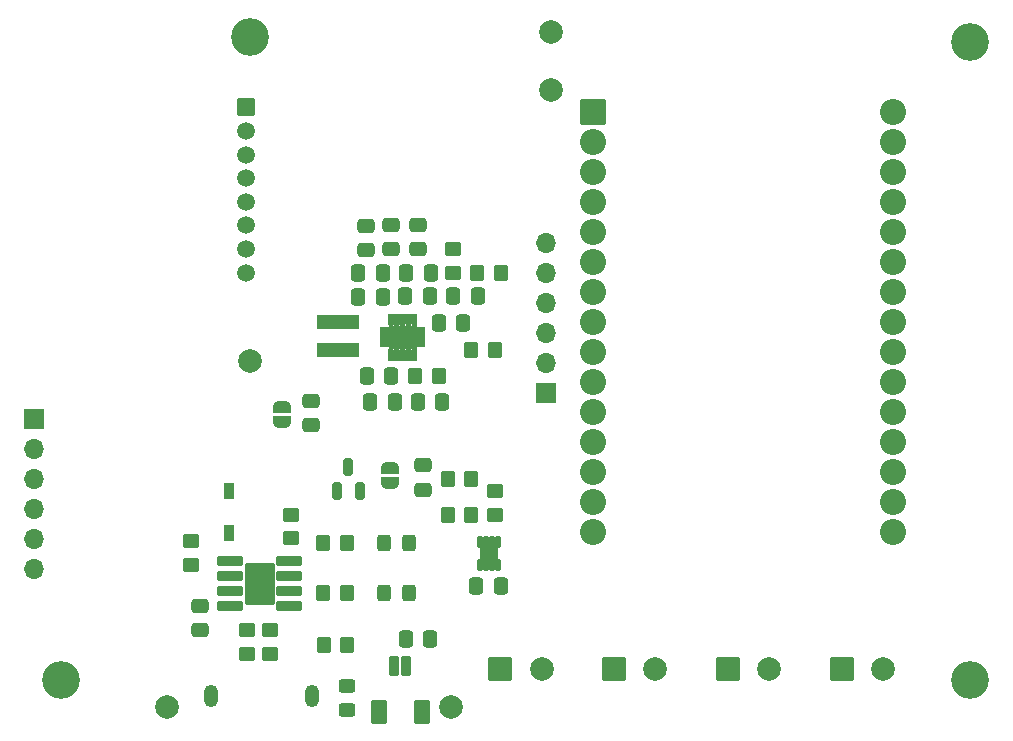
<source format=gts>
%TF.GenerationSoftware,KiCad,Pcbnew,8.0.6*%
%TF.CreationDate,2025-06-09T20:20:09-07:00*%
%TF.ProjectId,ESP32_Clock_Gallery,45535033-325f-4436-9c6f-636b5f47616c,rev?*%
%TF.SameCoordinates,Original*%
%TF.FileFunction,Soldermask,Top*%
%TF.FilePolarity,Negative*%
%FSLAX46Y46*%
G04 Gerber Fmt 4.6, Leading zero omitted, Abs format (unit mm)*
G04 Created by KiCad (PCBNEW 8.0.6) date 2025-06-09 20:20:09*
%MOMM*%
%LPD*%
G01*
G04 APERTURE LIST*
G04 Aperture macros list*
%AMRoundRect*
0 Rectangle with rounded corners*
0 $1 Rounding radius*
0 $2 $3 $4 $5 $6 $7 $8 $9 X,Y pos of 4 corners*
0 Add a 4 corners polygon primitive as box body*
4,1,4,$2,$3,$4,$5,$6,$7,$8,$9,$2,$3,0*
0 Add four circle primitives for the rounded corners*
1,1,$1+$1,$2,$3*
1,1,$1+$1,$4,$5*
1,1,$1+$1,$6,$7*
1,1,$1+$1,$8,$9*
0 Add four rect primitives between the rounded corners*
20,1,$1+$1,$2,$3,$4,$5,0*
20,1,$1+$1,$4,$5,$6,$7,0*
20,1,$1+$1,$6,$7,$8,$9,0*
20,1,$1+$1,$8,$9,$2,$3,0*%
%AMFreePoly0*
4,1,19,0.500000,-0.750000,0.000000,-0.750000,0.000000,-0.744911,-0.071157,-0.744911,-0.207708,-0.704816,-0.327430,-0.627875,-0.420627,-0.520320,-0.479746,-0.390866,-0.500000,-0.250000,-0.500000,0.250000,-0.479746,0.390866,-0.420627,0.520320,-0.327430,0.627875,-0.207708,0.704816,-0.071157,0.744911,0.000000,0.744911,0.000000,0.750000,0.500000,0.750000,0.500000,-0.750000,0.500000,-0.750000,
$1*%
%AMFreePoly1*
4,1,19,0.000000,0.744911,0.071157,0.744911,0.207708,0.704816,0.327430,0.627875,0.420627,0.520320,0.479746,0.390866,0.500000,0.250000,0.500000,-0.250000,0.479746,-0.390866,0.420627,-0.520320,0.327430,-0.627875,0.207708,-0.704816,0.071157,-0.744911,0.000000,-0.744911,0.000000,-0.750000,-0.500000,-0.750000,-0.500000,0.750000,0.000000,0.750000,0.000000,0.744911,0.000000,0.744911,
$1*%
G04 Aperture macros list end*
%ADD10C,0.010000*%
%ADD11C,3.200000*%
%ADD12RoundRect,0.250000X-0.337500X-0.475000X0.337500X-0.475000X0.337500X0.475000X-0.337500X0.475000X0*%
%ADD13C,2.000000*%
%ADD14FreePoly0,90.000000*%
%ADD15FreePoly1,90.000000*%
%ADD16RoundRect,0.250000X-0.450000X0.350000X-0.450000X-0.350000X0.450000X-0.350000X0.450000X0.350000X0*%
%ADD17RoundRect,0.250000X-0.475000X0.337500X-0.475000X-0.337500X0.475000X-0.337500X0.475000X0.337500X0*%
%ADD18RoundRect,0.250000X0.337500X0.475000X-0.337500X0.475000X-0.337500X-0.475000X0.337500X-0.475000X0*%
%ADD19RoundRect,0.250000X-0.350000X-0.450000X0.350000X-0.450000X0.350000X0.450000X-0.350000X0.450000X0*%
%ADD20R,1.700000X1.700000*%
%ADD21O,1.700000X1.700000*%
%ADD22RoundRect,0.198500X0.198500X-0.553500X0.198500X0.553500X-0.198500X0.553500X-0.198500X-0.553500X0*%
%ADD23RoundRect,0.250000X0.450000X-0.350000X0.450000X0.350000X-0.450000X0.350000X-0.450000X-0.350000X0*%
%ADD24RoundRect,0.250000X0.350000X0.450000X-0.350000X0.450000X-0.350000X-0.450000X0.350000X-0.450000X0*%
%ADD25RoundRect,0.102000X-0.900000X-0.900000X0.900000X-0.900000X0.900000X0.900000X-0.900000X0.900000X0*%
%ADD26C,2.004000*%
%ADD27RoundRect,0.102000X0.654000X-0.654000X0.654000X0.654000X-0.654000X0.654000X-0.654000X-0.654000X0*%
%ADD28C,1.512000*%
%ADD29RoundRect,0.102000X-1.000000X-1.000000X1.000000X-1.000000X1.000000X1.000000X-1.000000X1.000000X0*%
%ADD30C,2.204000*%
%ADD31RoundRect,0.100500X-0.986500X-0.301500X0.986500X-0.301500X0.986500X0.301500X-0.986500X0.301500X0*%
%ADD32RoundRect,0.102000X-1.206500X-1.651000X1.206500X-1.651000X1.206500X1.651000X-1.206500X1.651000X0*%
%ADD33RoundRect,0.250000X-0.325000X-0.450000X0.325000X-0.450000X0.325000X0.450000X-0.325000X0.450000X0*%
%ADD34RoundRect,0.250000X0.475000X-0.337500X0.475000X0.337500X-0.475000X0.337500X-0.475000X-0.337500X0*%
%ADD35R,0.889000X1.473200*%
%ADD36RoundRect,0.250000X0.450000X-0.325000X0.450000X0.325000X-0.450000X0.325000X-0.450000X-0.325000X0*%
%ADD37RoundRect,0.102000X-0.300000X-0.775000X0.300000X-0.775000X0.300000X0.775000X-0.300000X0.775000X0*%
%ADD38RoundRect,0.102000X-0.600000X-0.900000X0.600000X-0.900000X0.600000X0.900000X-0.600000X0.900000X0*%
%ADD39RoundRect,0.102000X1.700000X-0.490000X1.700000X0.490000X-1.700000X0.490000X-1.700000X-0.490000X0*%
%ADD40RoundRect,0.059250X0.177750X-0.422750X0.177750X0.422750X-0.177750X0.422750X-0.177750X-0.422750X0*%
%ADD41RoundRect,0.102000X0.650000X-0.450000X0.650000X0.450000X-0.650000X0.450000X-0.650000X-0.450000X0*%
%ADD42O,1.204000X1.904000*%
G04 APERTURE END LIST*
D10*
X129545000Y-81130000D02*
X130245000Y-81130000D01*
X130245000Y-81520000D01*
X129545000Y-81520000D01*
X129545000Y-81530000D01*
X130245000Y-81530000D01*
X130245000Y-81920000D01*
X129545000Y-81920000D01*
X129545000Y-81930000D01*
X130245000Y-81930000D01*
X130245000Y-82320000D01*
X129545000Y-82320000D01*
X129545000Y-82330000D01*
X130245000Y-82330000D01*
X130245000Y-82720000D01*
X129545000Y-82720000D01*
X129545000Y-82845000D01*
X127255000Y-82845000D01*
X127255000Y-82720000D01*
X126555000Y-82720000D01*
X126555000Y-82330000D01*
X127255000Y-82330000D01*
X127255000Y-82320000D01*
X126555000Y-82320000D01*
X126555000Y-81930000D01*
X127255000Y-81930000D01*
X127255000Y-81920000D01*
X126555000Y-81920000D01*
X126555000Y-81530000D01*
X127255000Y-81530000D01*
X127255000Y-81520000D01*
X126555000Y-81520000D01*
X126555000Y-81130000D01*
X127255000Y-81130000D01*
X127255000Y-81005000D01*
X129545000Y-81005000D01*
X129545000Y-81130000D01*
G36*
X129545000Y-81130000D02*
G01*
X130245000Y-81130000D01*
X130245000Y-81520000D01*
X129545000Y-81520000D01*
X129545000Y-81530000D01*
X130245000Y-81530000D01*
X130245000Y-81920000D01*
X129545000Y-81920000D01*
X129545000Y-81930000D01*
X130245000Y-81930000D01*
X130245000Y-82320000D01*
X129545000Y-82320000D01*
X129545000Y-82330000D01*
X130245000Y-82330000D01*
X130245000Y-82720000D01*
X129545000Y-82720000D01*
X129545000Y-82845000D01*
X127255000Y-82845000D01*
X127255000Y-82720000D01*
X126555000Y-82720000D01*
X126555000Y-82330000D01*
X127255000Y-82330000D01*
X127255000Y-82320000D01*
X126555000Y-82320000D01*
X126555000Y-81930000D01*
X127255000Y-81930000D01*
X127255000Y-81920000D01*
X126555000Y-81920000D01*
X126555000Y-81530000D01*
X127255000Y-81530000D01*
X127255000Y-81520000D01*
X126555000Y-81520000D01*
X126555000Y-81130000D01*
X127255000Y-81130000D01*
X127255000Y-81005000D01*
X129545000Y-81005000D01*
X129545000Y-81130000D01*
G37*
X127610000Y-80735000D02*
X127610000Y-80746000D01*
X127609000Y-80757000D01*
X127607000Y-80768000D01*
X127605000Y-80779000D01*
X127603000Y-80789000D01*
X127600000Y-80800000D01*
X127596000Y-80810000D01*
X127592000Y-80820000D01*
X127587000Y-80830000D01*
X127582000Y-80840000D01*
X127576000Y-80849000D01*
X127570000Y-80858000D01*
X127563000Y-80867000D01*
X127556000Y-80876000D01*
X127548000Y-80883000D01*
X127541000Y-80891000D01*
X127532000Y-80898000D01*
X127523000Y-80905000D01*
X127514000Y-80911000D01*
X127505000Y-80917000D01*
X127495000Y-80922000D01*
X127485000Y-80927000D01*
X127475000Y-80931000D01*
X127465000Y-80935000D01*
X127454000Y-80938000D01*
X127444000Y-80940000D01*
X127433000Y-80942000D01*
X127422000Y-80944000D01*
X127411000Y-80945000D01*
X127400000Y-80945000D01*
X127389000Y-80945000D01*
X127378000Y-80944000D01*
X127367000Y-80942000D01*
X127356000Y-80940000D01*
X127346000Y-80938000D01*
X127335000Y-80935000D01*
X127325000Y-80931000D01*
X127315000Y-80927000D01*
X127305000Y-80922000D01*
X127295000Y-80917000D01*
X127286000Y-80911000D01*
X127277000Y-80905000D01*
X127268000Y-80898000D01*
X127259000Y-80891000D01*
X127252000Y-80883000D01*
X127244000Y-80876000D01*
X127237000Y-80867000D01*
X127230000Y-80858000D01*
X127224000Y-80849000D01*
X127218000Y-80840000D01*
X127213000Y-80830000D01*
X127208000Y-80820000D01*
X127204000Y-80810000D01*
X127200000Y-80800000D01*
X127197000Y-80789000D01*
X127195000Y-80779000D01*
X127193000Y-80768000D01*
X127191000Y-80757000D01*
X127190000Y-80746000D01*
X127190000Y-80735000D01*
X127190000Y-79955000D01*
X127610000Y-79955000D01*
X127610000Y-80735000D01*
G36*
X127610000Y-80735000D02*
G01*
X127610000Y-80746000D01*
X127609000Y-80757000D01*
X127607000Y-80768000D01*
X127605000Y-80779000D01*
X127603000Y-80789000D01*
X127600000Y-80800000D01*
X127596000Y-80810000D01*
X127592000Y-80820000D01*
X127587000Y-80830000D01*
X127582000Y-80840000D01*
X127576000Y-80849000D01*
X127570000Y-80858000D01*
X127563000Y-80867000D01*
X127556000Y-80876000D01*
X127548000Y-80883000D01*
X127541000Y-80891000D01*
X127532000Y-80898000D01*
X127523000Y-80905000D01*
X127514000Y-80911000D01*
X127505000Y-80917000D01*
X127495000Y-80922000D01*
X127485000Y-80927000D01*
X127475000Y-80931000D01*
X127465000Y-80935000D01*
X127454000Y-80938000D01*
X127444000Y-80940000D01*
X127433000Y-80942000D01*
X127422000Y-80944000D01*
X127411000Y-80945000D01*
X127400000Y-80945000D01*
X127389000Y-80945000D01*
X127378000Y-80944000D01*
X127367000Y-80942000D01*
X127356000Y-80940000D01*
X127346000Y-80938000D01*
X127335000Y-80935000D01*
X127325000Y-80931000D01*
X127315000Y-80927000D01*
X127305000Y-80922000D01*
X127295000Y-80917000D01*
X127286000Y-80911000D01*
X127277000Y-80905000D01*
X127268000Y-80898000D01*
X127259000Y-80891000D01*
X127252000Y-80883000D01*
X127244000Y-80876000D01*
X127237000Y-80867000D01*
X127230000Y-80858000D01*
X127224000Y-80849000D01*
X127218000Y-80840000D01*
X127213000Y-80830000D01*
X127208000Y-80820000D01*
X127204000Y-80810000D01*
X127200000Y-80800000D01*
X127197000Y-80789000D01*
X127195000Y-80779000D01*
X127193000Y-80768000D01*
X127191000Y-80757000D01*
X127190000Y-80746000D01*
X127190000Y-80735000D01*
X127190000Y-79955000D01*
X127610000Y-79955000D01*
X127610000Y-80735000D01*
G37*
X127422000Y-82906000D02*
X127433000Y-82908000D01*
X127444000Y-82910000D01*
X127454000Y-82912000D01*
X127465000Y-82915000D01*
X127475000Y-82919000D01*
X127485000Y-82923000D01*
X127495000Y-82928000D01*
X127505000Y-82933000D01*
X127514000Y-82939000D01*
X127523000Y-82945000D01*
X127532000Y-82952000D01*
X127541000Y-82959000D01*
X127548000Y-82967000D01*
X127556000Y-82974000D01*
X127563000Y-82983000D01*
X127570000Y-82992000D01*
X127576000Y-83001000D01*
X127582000Y-83010000D01*
X127587000Y-83020000D01*
X127592000Y-83030000D01*
X127596000Y-83040000D01*
X127600000Y-83050000D01*
X127603000Y-83061000D01*
X127605000Y-83071000D01*
X127607000Y-83082000D01*
X127609000Y-83093000D01*
X127610000Y-83104000D01*
X127610000Y-83115000D01*
X127610000Y-83895000D01*
X127190000Y-83895000D01*
X127190000Y-83115000D01*
X127190000Y-83104000D01*
X127191000Y-83093000D01*
X127193000Y-83082000D01*
X127195000Y-83071000D01*
X127197000Y-83061000D01*
X127200000Y-83050000D01*
X127204000Y-83040000D01*
X127208000Y-83030000D01*
X127213000Y-83020000D01*
X127218000Y-83010000D01*
X127224000Y-83001000D01*
X127230000Y-82992000D01*
X127237000Y-82983000D01*
X127244000Y-82974000D01*
X127252000Y-82967000D01*
X127259000Y-82959000D01*
X127268000Y-82952000D01*
X127277000Y-82945000D01*
X127286000Y-82939000D01*
X127295000Y-82933000D01*
X127305000Y-82928000D01*
X127315000Y-82923000D01*
X127325000Y-82919000D01*
X127335000Y-82915000D01*
X127346000Y-82912000D01*
X127356000Y-82910000D01*
X127367000Y-82908000D01*
X127378000Y-82906000D01*
X127389000Y-82905000D01*
X127400000Y-82905000D01*
X127411000Y-82905000D01*
X127422000Y-82906000D01*
G36*
X127422000Y-82906000D02*
G01*
X127433000Y-82908000D01*
X127444000Y-82910000D01*
X127454000Y-82912000D01*
X127465000Y-82915000D01*
X127475000Y-82919000D01*
X127485000Y-82923000D01*
X127495000Y-82928000D01*
X127505000Y-82933000D01*
X127514000Y-82939000D01*
X127523000Y-82945000D01*
X127532000Y-82952000D01*
X127541000Y-82959000D01*
X127548000Y-82967000D01*
X127556000Y-82974000D01*
X127563000Y-82983000D01*
X127570000Y-82992000D01*
X127576000Y-83001000D01*
X127582000Y-83010000D01*
X127587000Y-83020000D01*
X127592000Y-83030000D01*
X127596000Y-83040000D01*
X127600000Y-83050000D01*
X127603000Y-83061000D01*
X127605000Y-83071000D01*
X127607000Y-83082000D01*
X127609000Y-83093000D01*
X127610000Y-83104000D01*
X127610000Y-83115000D01*
X127610000Y-83895000D01*
X127190000Y-83895000D01*
X127190000Y-83115000D01*
X127190000Y-83104000D01*
X127191000Y-83093000D01*
X127193000Y-83082000D01*
X127195000Y-83071000D01*
X127197000Y-83061000D01*
X127200000Y-83050000D01*
X127204000Y-83040000D01*
X127208000Y-83030000D01*
X127213000Y-83020000D01*
X127218000Y-83010000D01*
X127224000Y-83001000D01*
X127230000Y-82992000D01*
X127237000Y-82983000D01*
X127244000Y-82974000D01*
X127252000Y-82967000D01*
X127259000Y-82959000D01*
X127268000Y-82952000D01*
X127277000Y-82945000D01*
X127286000Y-82939000D01*
X127295000Y-82933000D01*
X127305000Y-82928000D01*
X127315000Y-82923000D01*
X127325000Y-82919000D01*
X127335000Y-82915000D01*
X127346000Y-82912000D01*
X127356000Y-82910000D01*
X127367000Y-82908000D01*
X127378000Y-82906000D01*
X127389000Y-82905000D01*
X127400000Y-82905000D01*
X127411000Y-82905000D01*
X127422000Y-82906000D01*
G37*
X128110000Y-80735000D02*
X128110000Y-80746000D01*
X128109000Y-80757000D01*
X128107000Y-80768000D01*
X128105000Y-80779000D01*
X128103000Y-80789000D01*
X128100000Y-80800000D01*
X128096000Y-80810000D01*
X128092000Y-80820000D01*
X128087000Y-80830000D01*
X128082000Y-80840000D01*
X128076000Y-80849000D01*
X128070000Y-80858000D01*
X128063000Y-80867000D01*
X128056000Y-80876000D01*
X128048000Y-80883000D01*
X128041000Y-80891000D01*
X128032000Y-80898000D01*
X128023000Y-80905000D01*
X128014000Y-80911000D01*
X128005000Y-80917000D01*
X127995000Y-80922000D01*
X127985000Y-80927000D01*
X127975000Y-80931000D01*
X127965000Y-80935000D01*
X127954000Y-80938000D01*
X127944000Y-80940000D01*
X127933000Y-80942000D01*
X127922000Y-80944000D01*
X127911000Y-80945000D01*
X127900000Y-80945000D01*
X127889000Y-80945000D01*
X127878000Y-80944000D01*
X127867000Y-80942000D01*
X127856000Y-80940000D01*
X127846000Y-80938000D01*
X127835000Y-80935000D01*
X127825000Y-80931000D01*
X127815000Y-80927000D01*
X127805000Y-80922000D01*
X127795000Y-80917000D01*
X127786000Y-80911000D01*
X127777000Y-80905000D01*
X127768000Y-80898000D01*
X127759000Y-80891000D01*
X127752000Y-80883000D01*
X127744000Y-80876000D01*
X127737000Y-80867000D01*
X127730000Y-80858000D01*
X127724000Y-80849000D01*
X127718000Y-80840000D01*
X127713000Y-80830000D01*
X127708000Y-80820000D01*
X127704000Y-80810000D01*
X127700000Y-80800000D01*
X127697000Y-80789000D01*
X127695000Y-80779000D01*
X127693000Y-80768000D01*
X127691000Y-80757000D01*
X127690000Y-80746000D01*
X127690000Y-80735000D01*
X127690000Y-79955000D01*
X128110000Y-79955000D01*
X128110000Y-80735000D01*
G36*
X128110000Y-80735000D02*
G01*
X128110000Y-80746000D01*
X128109000Y-80757000D01*
X128107000Y-80768000D01*
X128105000Y-80779000D01*
X128103000Y-80789000D01*
X128100000Y-80800000D01*
X128096000Y-80810000D01*
X128092000Y-80820000D01*
X128087000Y-80830000D01*
X128082000Y-80840000D01*
X128076000Y-80849000D01*
X128070000Y-80858000D01*
X128063000Y-80867000D01*
X128056000Y-80876000D01*
X128048000Y-80883000D01*
X128041000Y-80891000D01*
X128032000Y-80898000D01*
X128023000Y-80905000D01*
X128014000Y-80911000D01*
X128005000Y-80917000D01*
X127995000Y-80922000D01*
X127985000Y-80927000D01*
X127975000Y-80931000D01*
X127965000Y-80935000D01*
X127954000Y-80938000D01*
X127944000Y-80940000D01*
X127933000Y-80942000D01*
X127922000Y-80944000D01*
X127911000Y-80945000D01*
X127900000Y-80945000D01*
X127889000Y-80945000D01*
X127878000Y-80944000D01*
X127867000Y-80942000D01*
X127856000Y-80940000D01*
X127846000Y-80938000D01*
X127835000Y-80935000D01*
X127825000Y-80931000D01*
X127815000Y-80927000D01*
X127805000Y-80922000D01*
X127795000Y-80917000D01*
X127786000Y-80911000D01*
X127777000Y-80905000D01*
X127768000Y-80898000D01*
X127759000Y-80891000D01*
X127752000Y-80883000D01*
X127744000Y-80876000D01*
X127737000Y-80867000D01*
X127730000Y-80858000D01*
X127724000Y-80849000D01*
X127718000Y-80840000D01*
X127713000Y-80830000D01*
X127708000Y-80820000D01*
X127704000Y-80810000D01*
X127700000Y-80800000D01*
X127697000Y-80789000D01*
X127695000Y-80779000D01*
X127693000Y-80768000D01*
X127691000Y-80757000D01*
X127690000Y-80746000D01*
X127690000Y-80735000D01*
X127690000Y-79955000D01*
X128110000Y-79955000D01*
X128110000Y-80735000D01*
G37*
X127922000Y-82906000D02*
X127933000Y-82908000D01*
X127944000Y-82910000D01*
X127954000Y-82912000D01*
X127965000Y-82915000D01*
X127975000Y-82919000D01*
X127985000Y-82923000D01*
X127995000Y-82928000D01*
X128005000Y-82933000D01*
X128014000Y-82939000D01*
X128023000Y-82945000D01*
X128032000Y-82952000D01*
X128041000Y-82959000D01*
X128048000Y-82967000D01*
X128056000Y-82974000D01*
X128063000Y-82983000D01*
X128070000Y-82992000D01*
X128076000Y-83001000D01*
X128082000Y-83010000D01*
X128087000Y-83020000D01*
X128092000Y-83030000D01*
X128096000Y-83040000D01*
X128100000Y-83050000D01*
X128103000Y-83061000D01*
X128105000Y-83071000D01*
X128107000Y-83082000D01*
X128109000Y-83093000D01*
X128110000Y-83104000D01*
X128110000Y-83115000D01*
X128110000Y-83895000D01*
X127690000Y-83895000D01*
X127690000Y-83115000D01*
X127690000Y-83104000D01*
X127691000Y-83093000D01*
X127693000Y-83082000D01*
X127695000Y-83071000D01*
X127697000Y-83061000D01*
X127700000Y-83050000D01*
X127704000Y-83040000D01*
X127708000Y-83030000D01*
X127713000Y-83020000D01*
X127718000Y-83010000D01*
X127724000Y-83001000D01*
X127730000Y-82992000D01*
X127737000Y-82983000D01*
X127744000Y-82974000D01*
X127752000Y-82967000D01*
X127759000Y-82959000D01*
X127768000Y-82952000D01*
X127777000Y-82945000D01*
X127786000Y-82939000D01*
X127795000Y-82933000D01*
X127805000Y-82928000D01*
X127815000Y-82923000D01*
X127825000Y-82919000D01*
X127835000Y-82915000D01*
X127846000Y-82912000D01*
X127856000Y-82910000D01*
X127867000Y-82908000D01*
X127878000Y-82906000D01*
X127889000Y-82905000D01*
X127900000Y-82905000D01*
X127911000Y-82905000D01*
X127922000Y-82906000D01*
G36*
X127922000Y-82906000D02*
G01*
X127933000Y-82908000D01*
X127944000Y-82910000D01*
X127954000Y-82912000D01*
X127965000Y-82915000D01*
X127975000Y-82919000D01*
X127985000Y-82923000D01*
X127995000Y-82928000D01*
X128005000Y-82933000D01*
X128014000Y-82939000D01*
X128023000Y-82945000D01*
X128032000Y-82952000D01*
X128041000Y-82959000D01*
X128048000Y-82967000D01*
X128056000Y-82974000D01*
X128063000Y-82983000D01*
X128070000Y-82992000D01*
X128076000Y-83001000D01*
X128082000Y-83010000D01*
X128087000Y-83020000D01*
X128092000Y-83030000D01*
X128096000Y-83040000D01*
X128100000Y-83050000D01*
X128103000Y-83061000D01*
X128105000Y-83071000D01*
X128107000Y-83082000D01*
X128109000Y-83093000D01*
X128110000Y-83104000D01*
X128110000Y-83115000D01*
X128110000Y-83895000D01*
X127690000Y-83895000D01*
X127690000Y-83115000D01*
X127690000Y-83104000D01*
X127691000Y-83093000D01*
X127693000Y-83082000D01*
X127695000Y-83071000D01*
X127697000Y-83061000D01*
X127700000Y-83050000D01*
X127704000Y-83040000D01*
X127708000Y-83030000D01*
X127713000Y-83020000D01*
X127718000Y-83010000D01*
X127724000Y-83001000D01*
X127730000Y-82992000D01*
X127737000Y-82983000D01*
X127744000Y-82974000D01*
X127752000Y-82967000D01*
X127759000Y-82959000D01*
X127768000Y-82952000D01*
X127777000Y-82945000D01*
X127786000Y-82939000D01*
X127795000Y-82933000D01*
X127805000Y-82928000D01*
X127815000Y-82923000D01*
X127825000Y-82919000D01*
X127835000Y-82915000D01*
X127846000Y-82912000D01*
X127856000Y-82910000D01*
X127867000Y-82908000D01*
X127878000Y-82906000D01*
X127889000Y-82905000D01*
X127900000Y-82905000D01*
X127911000Y-82905000D01*
X127922000Y-82906000D01*
G37*
X128610000Y-80735000D02*
X128610000Y-80746000D01*
X128609000Y-80757000D01*
X128607000Y-80768000D01*
X128605000Y-80779000D01*
X128603000Y-80789000D01*
X128600000Y-80800000D01*
X128596000Y-80810000D01*
X128592000Y-80820000D01*
X128587000Y-80830000D01*
X128582000Y-80840000D01*
X128576000Y-80849000D01*
X128570000Y-80858000D01*
X128563000Y-80867000D01*
X128556000Y-80876000D01*
X128548000Y-80883000D01*
X128541000Y-80891000D01*
X128532000Y-80898000D01*
X128523000Y-80905000D01*
X128514000Y-80911000D01*
X128505000Y-80917000D01*
X128495000Y-80922000D01*
X128485000Y-80927000D01*
X128475000Y-80931000D01*
X128465000Y-80935000D01*
X128454000Y-80938000D01*
X128444000Y-80940000D01*
X128433000Y-80942000D01*
X128422000Y-80944000D01*
X128411000Y-80945000D01*
X128400000Y-80945000D01*
X128389000Y-80945000D01*
X128378000Y-80944000D01*
X128367000Y-80942000D01*
X128356000Y-80940000D01*
X128346000Y-80938000D01*
X128335000Y-80935000D01*
X128325000Y-80931000D01*
X128315000Y-80927000D01*
X128305000Y-80922000D01*
X128295000Y-80917000D01*
X128286000Y-80911000D01*
X128277000Y-80905000D01*
X128268000Y-80898000D01*
X128259000Y-80891000D01*
X128252000Y-80883000D01*
X128244000Y-80876000D01*
X128237000Y-80867000D01*
X128230000Y-80858000D01*
X128224000Y-80849000D01*
X128218000Y-80840000D01*
X128213000Y-80830000D01*
X128208000Y-80820000D01*
X128204000Y-80810000D01*
X128200000Y-80800000D01*
X128197000Y-80789000D01*
X128195000Y-80779000D01*
X128193000Y-80768000D01*
X128191000Y-80757000D01*
X128190000Y-80746000D01*
X128190000Y-80735000D01*
X128190000Y-79955000D01*
X128610000Y-79955000D01*
X128610000Y-80735000D01*
G36*
X128610000Y-80735000D02*
G01*
X128610000Y-80746000D01*
X128609000Y-80757000D01*
X128607000Y-80768000D01*
X128605000Y-80779000D01*
X128603000Y-80789000D01*
X128600000Y-80800000D01*
X128596000Y-80810000D01*
X128592000Y-80820000D01*
X128587000Y-80830000D01*
X128582000Y-80840000D01*
X128576000Y-80849000D01*
X128570000Y-80858000D01*
X128563000Y-80867000D01*
X128556000Y-80876000D01*
X128548000Y-80883000D01*
X128541000Y-80891000D01*
X128532000Y-80898000D01*
X128523000Y-80905000D01*
X128514000Y-80911000D01*
X128505000Y-80917000D01*
X128495000Y-80922000D01*
X128485000Y-80927000D01*
X128475000Y-80931000D01*
X128465000Y-80935000D01*
X128454000Y-80938000D01*
X128444000Y-80940000D01*
X128433000Y-80942000D01*
X128422000Y-80944000D01*
X128411000Y-80945000D01*
X128400000Y-80945000D01*
X128389000Y-80945000D01*
X128378000Y-80944000D01*
X128367000Y-80942000D01*
X128356000Y-80940000D01*
X128346000Y-80938000D01*
X128335000Y-80935000D01*
X128325000Y-80931000D01*
X128315000Y-80927000D01*
X128305000Y-80922000D01*
X128295000Y-80917000D01*
X128286000Y-80911000D01*
X128277000Y-80905000D01*
X128268000Y-80898000D01*
X128259000Y-80891000D01*
X128252000Y-80883000D01*
X128244000Y-80876000D01*
X128237000Y-80867000D01*
X128230000Y-80858000D01*
X128224000Y-80849000D01*
X128218000Y-80840000D01*
X128213000Y-80830000D01*
X128208000Y-80820000D01*
X128204000Y-80810000D01*
X128200000Y-80800000D01*
X128197000Y-80789000D01*
X128195000Y-80779000D01*
X128193000Y-80768000D01*
X128191000Y-80757000D01*
X128190000Y-80746000D01*
X128190000Y-80735000D01*
X128190000Y-79955000D01*
X128610000Y-79955000D01*
X128610000Y-80735000D01*
G37*
X128422000Y-82906000D02*
X128433000Y-82908000D01*
X128444000Y-82910000D01*
X128454000Y-82912000D01*
X128465000Y-82915000D01*
X128475000Y-82919000D01*
X128485000Y-82923000D01*
X128495000Y-82928000D01*
X128505000Y-82933000D01*
X128514000Y-82939000D01*
X128523000Y-82945000D01*
X128532000Y-82952000D01*
X128541000Y-82959000D01*
X128548000Y-82967000D01*
X128556000Y-82974000D01*
X128563000Y-82983000D01*
X128570000Y-82992000D01*
X128576000Y-83001000D01*
X128582000Y-83010000D01*
X128587000Y-83020000D01*
X128592000Y-83030000D01*
X128596000Y-83040000D01*
X128600000Y-83050000D01*
X128603000Y-83061000D01*
X128605000Y-83071000D01*
X128607000Y-83082000D01*
X128609000Y-83093000D01*
X128610000Y-83104000D01*
X128610000Y-83115000D01*
X128610000Y-83895000D01*
X128190000Y-83895000D01*
X128190000Y-83115000D01*
X128190000Y-83104000D01*
X128191000Y-83093000D01*
X128193000Y-83082000D01*
X128195000Y-83071000D01*
X128197000Y-83061000D01*
X128200000Y-83050000D01*
X128204000Y-83040000D01*
X128208000Y-83030000D01*
X128213000Y-83020000D01*
X128218000Y-83010000D01*
X128224000Y-83001000D01*
X128230000Y-82992000D01*
X128237000Y-82983000D01*
X128244000Y-82974000D01*
X128252000Y-82967000D01*
X128259000Y-82959000D01*
X128268000Y-82952000D01*
X128277000Y-82945000D01*
X128286000Y-82939000D01*
X128295000Y-82933000D01*
X128305000Y-82928000D01*
X128315000Y-82923000D01*
X128325000Y-82919000D01*
X128335000Y-82915000D01*
X128346000Y-82912000D01*
X128356000Y-82910000D01*
X128367000Y-82908000D01*
X128378000Y-82906000D01*
X128389000Y-82905000D01*
X128400000Y-82905000D01*
X128411000Y-82905000D01*
X128422000Y-82906000D01*
G36*
X128422000Y-82906000D02*
G01*
X128433000Y-82908000D01*
X128444000Y-82910000D01*
X128454000Y-82912000D01*
X128465000Y-82915000D01*
X128475000Y-82919000D01*
X128485000Y-82923000D01*
X128495000Y-82928000D01*
X128505000Y-82933000D01*
X128514000Y-82939000D01*
X128523000Y-82945000D01*
X128532000Y-82952000D01*
X128541000Y-82959000D01*
X128548000Y-82967000D01*
X128556000Y-82974000D01*
X128563000Y-82983000D01*
X128570000Y-82992000D01*
X128576000Y-83001000D01*
X128582000Y-83010000D01*
X128587000Y-83020000D01*
X128592000Y-83030000D01*
X128596000Y-83040000D01*
X128600000Y-83050000D01*
X128603000Y-83061000D01*
X128605000Y-83071000D01*
X128607000Y-83082000D01*
X128609000Y-83093000D01*
X128610000Y-83104000D01*
X128610000Y-83115000D01*
X128610000Y-83895000D01*
X128190000Y-83895000D01*
X128190000Y-83115000D01*
X128190000Y-83104000D01*
X128191000Y-83093000D01*
X128193000Y-83082000D01*
X128195000Y-83071000D01*
X128197000Y-83061000D01*
X128200000Y-83050000D01*
X128204000Y-83040000D01*
X128208000Y-83030000D01*
X128213000Y-83020000D01*
X128218000Y-83010000D01*
X128224000Y-83001000D01*
X128230000Y-82992000D01*
X128237000Y-82983000D01*
X128244000Y-82974000D01*
X128252000Y-82967000D01*
X128259000Y-82959000D01*
X128268000Y-82952000D01*
X128277000Y-82945000D01*
X128286000Y-82939000D01*
X128295000Y-82933000D01*
X128305000Y-82928000D01*
X128315000Y-82923000D01*
X128325000Y-82919000D01*
X128335000Y-82915000D01*
X128346000Y-82912000D01*
X128356000Y-82910000D01*
X128367000Y-82908000D01*
X128378000Y-82906000D01*
X128389000Y-82905000D01*
X128400000Y-82905000D01*
X128411000Y-82905000D01*
X128422000Y-82906000D01*
G37*
X129110000Y-80735000D02*
X129110000Y-80746000D01*
X129109000Y-80757000D01*
X129107000Y-80768000D01*
X129105000Y-80779000D01*
X129103000Y-80789000D01*
X129100000Y-80800000D01*
X129096000Y-80810000D01*
X129092000Y-80820000D01*
X129087000Y-80830000D01*
X129082000Y-80840000D01*
X129076000Y-80849000D01*
X129070000Y-80858000D01*
X129063000Y-80867000D01*
X129056000Y-80876000D01*
X129048000Y-80883000D01*
X129041000Y-80891000D01*
X129032000Y-80898000D01*
X129023000Y-80905000D01*
X129014000Y-80911000D01*
X129005000Y-80917000D01*
X128995000Y-80922000D01*
X128985000Y-80927000D01*
X128975000Y-80931000D01*
X128965000Y-80935000D01*
X128954000Y-80938000D01*
X128944000Y-80940000D01*
X128933000Y-80942000D01*
X128922000Y-80944000D01*
X128911000Y-80945000D01*
X128900000Y-80945000D01*
X128889000Y-80945000D01*
X128878000Y-80944000D01*
X128867000Y-80942000D01*
X128856000Y-80940000D01*
X128846000Y-80938000D01*
X128835000Y-80935000D01*
X128825000Y-80931000D01*
X128815000Y-80927000D01*
X128805000Y-80922000D01*
X128795000Y-80917000D01*
X128786000Y-80911000D01*
X128777000Y-80905000D01*
X128768000Y-80898000D01*
X128759000Y-80891000D01*
X128752000Y-80883000D01*
X128744000Y-80876000D01*
X128737000Y-80867000D01*
X128730000Y-80858000D01*
X128724000Y-80849000D01*
X128718000Y-80840000D01*
X128713000Y-80830000D01*
X128708000Y-80820000D01*
X128704000Y-80810000D01*
X128700000Y-80800000D01*
X128697000Y-80789000D01*
X128695000Y-80779000D01*
X128693000Y-80768000D01*
X128691000Y-80757000D01*
X128690000Y-80746000D01*
X128690000Y-80735000D01*
X128690000Y-79955000D01*
X129110000Y-79955000D01*
X129110000Y-80735000D01*
G36*
X129110000Y-80735000D02*
G01*
X129110000Y-80746000D01*
X129109000Y-80757000D01*
X129107000Y-80768000D01*
X129105000Y-80779000D01*
X129103000Y-80789000D01*
X129100000Y-80800000D01*
X129096000Y-80810000D01*
X129092000Y-80820000D01*
X129087000Y-80830000D01*
X129082000Y-80840000D01*
X129076000Y-80849000D01*
X129070000Y-80858000D01*
X129063000Y-80867000D01*
X129056000Y-80876000D01*
X129048000Y-80883000D01*
X129041000Y-80891000D01*
X129032000Y-80898000D01*
X129023000Y-80905000D01*
X129014000Y-80911000D01*
X129005000Y-80917000D01*
X128995000Y-80922000D01*
X128985000Y-80927000D01*
X128975000Y-80931000D01*
X128965000Y-80935000D01*
X128954000Y-80938000D01*
X128944000Y-80940000D01*
X128933000Y-80942000D01*
X128922000Y-80944000D01*
X128911000Y-80945000D01*
X128900000Y-80945000D01*
X128889000Y-80945000D01*
X128878000Y-80944000D01*
X128867000Y-80942000D01*
X128856000Y-80940000D01*
X128846000Y-80938000D01*
X128835000Y-80935000D01*
X128825000Y-80931000D01*
X128815000Y-80927000D01*
X128805000Y-80922000D01*
X128795000Y-80917000D01*
X128786000Y-80911000D01*
X128777000Y-80905000D01*
X128768000Y-80898000D01*
X128759000Y-80891000D01*
X128752000Y-80883000D01*
X128744000Y-80876000D01*
X128737000Y-80867000D01*
X128730000Y-80858000D01*
X128724000Y-80849000D01*
X128718000Y-80840000D01*
X128713000Y-80830000D01*
X128708000Y-80820000D01*
X128704000Y-80810000D01*
X128700000Y-80800000D01*
X128697000Y-80789000D01*
X128695000Y-80779000D01*
X128693000Y-80768000D01*
X128691000Y-80757000D01*
X128690000Y-80746000D01*
X128690000Y-80735000D01*
X128690000Y-79955000D01*
X129110000Y-79955000D01*
X129110000Y-80735000D01*
G37*
X128922000Y-82906000D02*
X128933000Y-82908000D01*
X128944000Y-82910000D01*
X128954000Y-82912000D01*
X128965000Y-82915000D01*
X128975000Y-82919000D01*
X128985000Y-82923000D01*
X128995000Y-82928000D01*
X129005000Y-82933000D01*
X129014000Y-82939000D01*
X129023000Y-82945000D01*
X129032000Y-82952000D01*
X129041000Y-82959000D01*
X129048000Y-82967000D01*
X129056000Y-82974000D01*
X129063000Y-82983000D01*
X129070000Y-82992000D01*
X129076000Y-83001000D01*
X129082000Y-83010000D01*
X129087000Y-83020000D01*
X129092000Y-83030000D01*
X129096000Y-83040000D01*
X129100000Y-83050000D01*
X129103000Y-83061000D01*
X129105000Y-83071000D01*
X129107000Y-83082000D01*
X129109000Y-83093000D01*
X129110000Y-83104000D01*
X129110000Y-83115000D01*
X129110000Y-83895000D01*
X128690000Y-83895000D01*
X128690000Y-83115000D01*
X128690000Y-83104000D01*
X128691000Y-83093000D01*
X128693000Y-83082000D01*
X128695000Y-83071000D01*
X128697000Y-83061000D01*
X128700000Y-83050000D01*
X128704000Y-83040000D01*
X128708000Y-83030000D01*
X128713000Y-83020000D01*
X128718000Y-83010000D01*
X128724000Y-83001000D01*
X128730000Y-82992000D01*
X128737000Y-82983000D01*
X128744000Y-82974000D01*
X128752000Y-82967000D01*
X128759000Y-82959000D01*
X128768000Y-82952000D01*
X128777000Y-82945000D01*
X128786000Y-82939000D01*
X128795000Y-82933000D01*
X128805000Y-82928000D01*
X128815000Y-82923000D01*
X128825000Y-82919000D01*
X128835000Y-82915000D01*
X128846000Y-82912000D01*
X128856000Y-82910000D01*
X128867000Y-82908000D01*
X128878000Y-82906000D01*
X128889000Y-82905000D01*
X128900000Y-82905000D01*
X128911000Y-82905000D01*
X128922000Y-82906000D01*
G36*
X128922000Y-82906000D02*
G01*
X128933000Y-82908000D01*
X128944000Y-82910000D01*
X128954000Y-82912000D01*
X128965000Y-82915000D01*
X128975000Y-82919000D01*
X128985000Y-82923000D01*
X128995000Y-82928000D01*
X129005000Y-82933000D01*
X129014000Y-82939000D01*
X129023000Y-82945000D01*
X129032000Y-82952000D01*
X129041000Y-82959000D01*
X129048000Y-82967000D01*
X129056000Y-82974000D01*
X129063000Y-82983000D01*
X129070000Y-82992000D01*
X129076000Y-83001000D01*
X129082000Y-83010000D01*
X129087000Y-83020000D01*
X129092000Y-83030000D01*
X129096000Y-83040000D01*
X129100000Y-83050000D01*
X129103000Y-83061000D01*
X129105000Y-83071000D01*
X129107000Y-83082000D01*
X129109000Y-83093000D01*
X129110000Y-83104000D01*
X129110000Y-83115000D01*
X129110000Y-83895000D01*
X128690000Y-83895000D01*
X128690000Y-83115000D01*
X128690000Y-83104000D01*
X128691000Y-83093000D01*
X128693000Y-83082000D01*
X128695000Y-83071000D01*
X128697000Y-83061000D01*
X128700000Y-83050000D01*
X128704000Y-83040000D01*
X128708000Y-83030000D01*
X128713000Y-83020000D01*
X128718000Y-83010000D01*
X128724000Y-83001000D01*
X128730000Y-82992000D01*
X128737000Y-82983000D01*
X128744000Y-82974000D01*
X128752000Y-82967000D01*
X128759000Y-82959000D01*
X128768000Y-82952000D01*
X128777000Y-82945000D01*
X128786000Y-82939000D01*
X128795000Y-82933000D01*
X128805000Y-82928000D01*
X128815000Y-82923000D01*
X128825000Y-82919000D01*
X128835000Y-82915000D01*
X128846000Y-82912000D01*
X128856000Y-82910000D01*
X128867000Y-82908000D01*
X128878000Y-82906000D01*
X128889000Y-82905000D01*
X128900000Y-82905000D01*
X128911000Y-82905000D01*
X128922000Y-82906000D01*
G37*
X129610000Y-80735000D02*
X129610000Y-80746000D01*
X129609000Y-80757000D01*
X129607000Y-80768000D01*
X129605000Y-80779000D01*
X129603000Y-80789000D01*
X129600000Y-80800000D01*
X129596000Y-80810000D01*
X129592000Y-80820000D01*
X129587000Y-80830000D01*
X129582000Y-80840000D01*
X129576000Y-80849000D01*
X129570000Y-80858000D01*
X129563000Y-80867000D01*
X129556000Y-80876000D01*
X129548000Y-80883000D01*
X129541000Y-80891000D01*
X129532000Y-80898000D01*
X129523000Y-80905000D01*
X129514000Y-80911000D01*
X129505000Y-80917000D01*
X129495000Y-80922000D01*
X129485000Y-80927000D01*
X129475000Y-80931000D01*
X129465000Y-80935000D01*
X129454000Y-80938000D01*
X129444000Y-80940000D01*
X129433000Y-80942000D01*
X129422000Y-80944000D01*
X129411000Y-80945000D01*
X129400000Y-80945000D01*
X129389000Y-80945000D01*
X129378000Y-80944000D01*
X129367000Y-80942000D01*
X129356000Y-80940000D01*
X129346000Y-80938000D01*
X129335000Y-80935000D01*
X129325000Y-80931000D01*
X129315000Y-80927000D01*
X129305000Y-80922000D01*
X129295000Y-80917000D01*
X129286000Y-80911000D01*
X129277000Y-80905000D01*
X129268000Y-80898000D01*
X129259000Y-80891000D01*
X129252000Y-80883000D01*
X129244000Y-80876000D01*
X129237000Y-80867000D01*
X129230000Y-80858000D01*
X129224000Y-80849000D01*
X129218000Y-80840000D01*
X129213000Y-80830000D01*
X129208000Y-80820000D01*
X129204000Y-80810000D01*
X129200000Y-80800000D01*
X129197000Y-80789000D01*
X129195000Y-80779000D01*
X129193000Y-80768000D01*
X129191000Y-80757000D01*
X129190000Y-80746000D01*
X129190000Y-80735000D01*
X129190000Y-79955000D01*
X129610000Y-79955000D01*
X129610000Y-80735000D01*
G36*
X129610000Y-80735000D02*
G01*
X129610000Y-80746000D01*
X129609000Y-80757000D01*
X129607000Y-80768000D01*
X129605000Y-80779000D01*
X129603000Y-80789000D01*
X129600000Y-80800000D01*
X129596000Y-80810000D01*
X129592000Y-80820000D01*
X129587000Y-80830000D01*
X129582000Y-80840000D01*
X129576000Y-80849000D01*
X129570000Y-80858000D01*
X129563000Y-80867000D01*
X129556000Y-80876000D01*
X129548000Y-80883000D01*
X129541000Y-80891000D01*
X129532000Y-80898000D01*
X129523000Y-80905000D01*
X129514000Y-80911000D01*
X129505000Y-80917000D01*
X129495000Y-80922000D01*
X129485000Y-80927000D01*
X129475000Y-80931000D01*
X129465000Y-80935000D01*
X129454000Y-80938000D01*
X129444000Y-80940000D01*
X129433000Y-80942000D01*
X129422000Y-80944000D01*
X129411000Y-80945000D01*
X129400000Y-80945000D01*
X129389000Y-80945000D01*
X129378000Y-80944000D01*
X129367000Y-80942000D01*
X129356000Y-80940000D01*
X129346000Y-80938000D01*
X129335000Y-80935000D01*
X129325000Y-80931000D01*
X129315000Y-80927000D01*
X129305000Y-80922000D01*
X129295000Y-80917000D01*
X129286000Y-80911000D01*
X129277000Y-80905000D01*
X129268000Y-80898000D01*
X129259000Y-80891000D01*
X129252000Y-80883000D01*
X129244000Y-80876000D01*
X129237000Y-80867000D01*
X129230000Y-80858000D01*
X129224000Y-80849000D01*
X129218000Y-80840000D01*
X129213000Y-80830000D01*
X129208000Y-80820000D01*
X129204000Y-80810000D01*
X129200000Y-80800000D01*
X129197000Y-80789000D01*
X129195000Y-80779000D01*
X129193000Y-80768000D01*
X129191000Y-80757000D01*
X129190000Y-80746000D01*
X129190000Y-80735000D01*
X129190000Y-79955000D01*
X129610000Y-79955000D01*
X129610000Y-80735000D01*
G37*
X129422000Y-82906000D02*
X129433000Y-82908000D01*
X129444000Y-82910000D01*
X129454000Y-82912000D01*
X129465000Y-82915000D01*
X129475000Y-82919000D01*
X129485000Y-82923000D01*
X129495000Y-82928000D01*
X129505000Y-82933000D01*
X129514000Y-82939000D01*
X129523000Y-82945000D01*
X129532000Y-82952000D01*
X129541000Y-82959000D01*
X129548000Y-82967000D01*
X129556000Y-82974000D01*
X129563000Y-82983000D01*
X129570000Y-82992000D01*
X129576000Y-83001000D01*
X129582000Y-83010000D01*
X129587000Y-83020000D01*
X129592000Y-83030000D01*
X129596000Y-83040000D01*
X129600000Y-83050000D01*
X129603000Y-83061000D01*
X129605000Y-83071000D01*
X129607000Y-83082000D01*
X129609000Y-83093000D01*
X129610000Y-83104000D01*
X129610000Y-83115000D01*
X129610000Y-83895000D01*
X129190000Y-83895000D01*
X129190000Y-83115000D01*
X129190000Y-83104000D01*
X129191000Y-83093000D01*
X129193000Y-83082000D01*
X129195000Y-83071000D01*
X129197000Y-83061000D01*
X129200000Y-83050000D01*
X129204000Y-83040000D01*
X129208000Y-83030000D01*
X129213000Y-83020000D01*
X129218000Y-83010000D01*
X129224000Y-83001000D01*
X129230000Y-82992000D01*
X129237000Y-82983000D01*
X129244000Y-82974000D01*
X129252000Y-82967000D01*
X129259000Y-82959000D01*
X129268000Y-82952000D01*
X129277000Y-82945000D01*
X129286000Y-82939000D01*
X129295000Y-82933000D01*
X129305000Y-82928000D01*
X129315000Y-82923000D01*
X129325000Y-82919000D01*
X129335000Y-82915000D01*
X129346000Y-82912000D01*
X129356000Y-82910000D01*
X129367000Y-82908000D01*
X129378000Y-82906000D01*
X129389000Y-82905000D01*
X129400000Y-82905000D01*
X129411000Y-82905000D01*
X129422000Y-82906000D01*
G36*
X129422000Y-82906000D02*
G01*
X129433000Y-82908000D01*
X129444000Y-82910000D01*
X129454000Y-82912000D01*
X129465000Y-82915000D01*
X129475000Y-82919000D01*
X129485000Y-82923000D01*
X129495000Y-82928000D01*
X129505000Y-82933000D01*
X129514000Y-82939000D01*
X129523000Y-82945000D01*
X129532000Y-82952000D01*
X129541000Y-82959000D01*
X129548000Y-82967000D01*
X129556000Y-82974000D01*
X129563000Y-82983000D01*
X129570000Y-82992000D01*
X129576000Y-83001000D01*
X129582000Y-83010000D01*
X129587000Y-83020000D01*
X129592000Y-83030000D01*
X129596000Y-83040000D01*
X129600000Y-83050000D01*
X129603000Y-83061000D01*
X129605000Y-83071000D01*
X129607000Y-83082000D01*
X129609000Y-83093000D01*
X129610000Y-83104000D01*
X129610000Y-83115000D01*
X129610000Y-83895000D01*
X129190000Y-83895000D01*
X129190000Y-83115000D01*
X129190000Y-83104000D01*
X129191000Y-83093000D01*
X129193000Y-83082000D01*
X129195000Y-83071000D01*
X129197000Y-83061000D01*
X129200000Y-83050000D01*
X129204000Y-83040000D01*
X129208000Y-83030000D01*
X129213000Y-83020000D01*
X129218000Y-83010000D01*
X129224000Y-83001000D01*
X129230000Y-82992000D01*
X129237000Y-82983000D01*
X129244000Y-82974000D01*
X129252000Y-82967000D01*
X129259000Y-82959000D01*
X129268000Y-82952000D01*
X129277000Y-82945000D01*
X129286000Y-82939000D01*
X129295000Y-82933000D01*
X129305000Y-82928000D01*
X129315000Y-82923000D01*
X129325000Y-82919000D01*
X129335000Y-82915000D01*
X129346000Y-82912000D01*
X129356000Y-82910000D01*
X129367000Y-82908000D01*
X129378000Y-82906000D01*
X129389000Y-82905000D01*
X129400000Y-82905000D01*
X129411000Y-82905000D01*
X129422000Y-82906000D01*
G37*
D11*
X176500000Y-57000000D03*
D12*
X129712500Y-87482500D03*
X131787500Y-87482500D03*
D13*
X141000000Y-56100000D03*
D14*
X118200000Y-89150000D03*
D15*
X118200000Y-87850000D03*
D16*
X117250000Y-106750000D03*
X117250000Y-108750000D03*
D17*
X111250000Y-104712500D03*
X111250000Y-106787500D03*
D16*
X136250000Y-95000000D03*
X136250000Y-97000000D03*
D17*
X130200000Y-92800000D03*
X130200000Y-94875000D03*
D18*
X126750000Y-78517500D03*
X124675000Y-78517500D03*
D13*
X141000000Y-61000000D03*
D19*
X129500000Y-85250000D03*
X131500000Y-85250000D03*
D20*
X140570000Y-86690000D03*
D21*
X140570000Y-84150000D03*
X140570000Y-81610000D03*
X140570000Y-79070000D03*
X140570000Y-76530000D03*
X140570000Y-73990000D03*
D22*
X122900000Y-95000000D03*
X124800000Y-95000000D03*
X123850000Y-92950000D03*
D13*
X115500000Y-84000000D03*
D23*
X119000000Y-99000000D03*
X119000000Y-97000000D03*
D24*
X123750000Y-108000000D03*
X121750000Y-108000000D03*
D11*
X115500000Y-56500000D03*
D18*
X127787500Y-87482500D03*
X125712500Y-87482500D03*
D25*
X156003334Y-110025000D03*
D26*
X159503334Y-110025000D03*
D12*
X128725000Y-107550000D03*
X130800000Y-107550000D03*
D27*
X115200000Y-62500000D03*
D28*
X115200000Y-64500000D03*
X115200000Y-66500000D03*
X115200000Y-68500000D03*
X115200000Y-70500000D03*
X115200000Y-72500000D03*
X115200000Y-74500000D03*
X115200000Y-76500000D03*
D29*
X144600000Y-62920000D03*
D30*
X144600000Y-65460000D03*
X144600000Y-68000000D03*
X144600000Y-70540000D03*
X144600000Y-73080000D03*
X144600000Y-75620000D03*
X144600000Y-78160000D03*
X144600000Y-80700000D03*
X144600000Y-83240000D03*
X144600000Y-85780000D03*
X144600000Y-88320000D03*
X144600000Y-90860000D03*
X144600000Y-93400000D03*
X144600000Y-95940000D03*
X144600000Y-98480000D03*
X170000000Y-98480000D03*
X170000000Y-95940000D03*
X170000000Y-93400000D03*
X170000000Y-90860000D03*
X170000000Y-88320000D03*
X170000000Y-85780000D03*
X170000000Y-83240000D03*
X170000000Y-80700000D03*
X170000000Y-78160000D03*
X170000000Y-75620000D03*
X170000000Y-73080000D03*
X170000000Y-70540000D03*
X170000000Y-68000000D03*
X170000000Y-65460000D03*
X170000000Y-62920000D03*
D16*
X132750000Y-74500000D03*
X132750000Y-76500000D03*
D14*
X127400000Y-94300000D03*
D15*
X127400000Y-93000000D03*
D31*
X113870000Y-100940000D03*
X113870000Y-102210000D03*
X113870000Y-103480000D03*
X113870000Y-104750000D03*
X118820000Y-104750000D03*
X118820000Y-103480000D03*
X118820000Y-102210000D03*
X118820000Y-100940000D03*
D32*
X116345000Y-102845000D03*
D13*
X132500000Y-113250000D03*
D12*
X128750000Y-76500000D03*
X130825000Y-76500000D03*
D11*
X99500000Y-111000000D03*
D25*
X146354168Y-110025000D03*
D26*
X149854168Y-110025000D03*
D33*
X126900000Y-103600000D03*
X128950000Y-103600000D03*
D25*
X136705000Y-110025000D03*
D26*
X140205000Y-110025000D03*
D24*
X136250000Y-83000000D03*
X134250000Y-83000000D03*
D20*
X97250000Y-88920000D03*
D21*
X97250000Y-91460000D03*
X97250000Y-94000000D03*
X97250000Y-96540000D03*
X97250000Y-99080000D03*
X97250000Y-101620000D03*
D18*
X127500000Y-85232500D03*
X125425000Y-85232500D03*
D12*
X134675000Y-103000000D03*
X136750000Y-103000000D03*
D19*
X134750000Y-76500000D03*
X136750000Y-76500000D03*
D25*
X165652500Y-110025000D03*
D26*
X169152500Y-110025000D03*
D34*
X127500000Y-74500000D03*
X127500000Y-72425000D03*
D12*
X128675000Y-78500000D03*
X130750000Y-78500000D03*
D16*
X115250000Y-106750000D03*
X115250000Y-108750000D03*
X110500000Y-99250000D03*
X110500000Y-101250000D03*
D18*
X126750000Y-76500000D03*
X124675000Y-76500000D03*
D19*
X121700000Y-103600000D03*
X123700000Y-103600000D03*
X132250000Y-97000000D03*
X134250000Y-97000000D03*
D11*
X176500000Y-111000000D03*
D13*
X108500000Y-113250000D03*
D19*
X121700000Y-99350000D03*
X123700000Y-99350000D03*
D34*
X129750000Y-74500000D03*
X129750000Y-72425000D03*
D12*
X131500000Y-80750000D03*
X133575000Y-80750000D03*
D35*
X113750000Y-94997400D03*
X113750000Y-98502600D03*
D34*
X125375000Y-74592500D03*
X125375000Y-72517500D03*
D36*
X123750000Y-113550000D03*
X123750000Y-111500000D03*
D19*
X132250000Y-94000000D03*
X134250000Y-94000000D03*
D37*
X127750000Y-109775000D03*
X128750000Y-109775000D03*
D38*
X126450000Y-113650000D03*
X130050000Y-113650000D03*
D12*
X132750000Y-78500000D03*
X134825000Y-78500000D03*
D33*
X126900000Y-99350000D03*
X128950000Y-99350000D03*
D39*
X123000000Y-83052500D03*
X123000000Y-80682500D03*
D17*
X120700000Y-87325000D03*
X120700000Y-89400000D03*
D40*
X135000000Y-101270000D03*
X135500000Y-101270000D03*
X136000000Y-101270000D03*
X136500000Y-101270000D03*
X136500000Y-99300000D03*
X136000000Y-99300000D03*
X135500000Y-99300000D03*
X135000000Y-99300000D03*
D41*
X135750000Y-100285000D03*
D42*
X120750000Y-112295000D03*
X112210000Y-112295000D03*
M02*

</source>
